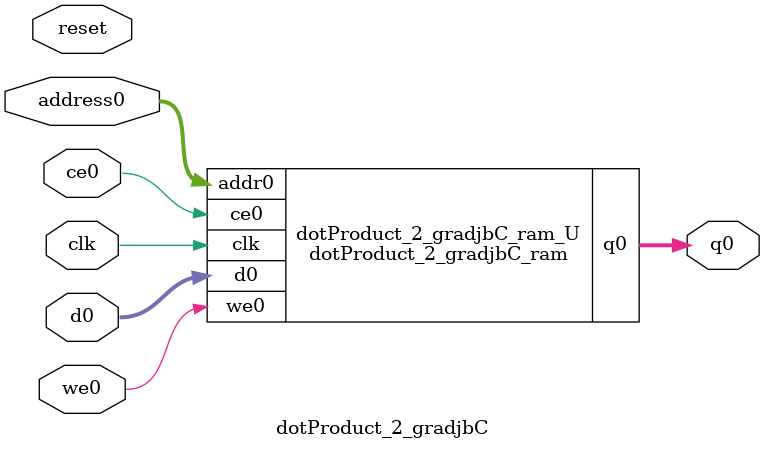
<source format=v>

`timescale 1 ns / 1 ps
module dotProduct_2_gradjbC_ram (addr0, ce0, d0, we0, q0,  clk);

parameter DWIDTH = 32;
parameter AWIDTH = 5;
parameter MEM_SIZE = 32;

input[AWIDTH-1:0] addr0;
input ce0;
input[DWIDTH-1:0] d0;
input we0;
output reg[DWIDTH-1:0] q0;
input clk;

(* ram_style = "block" *)reg [DWIDTH-1:0] ram[0:MEM_SIZE-1];




always @(posedge clk)  
begin 
    if (ce0) 
    begin
        if (we0) 
        begin 
            ram[addr0] <= d0; 
            q0 <= d0;
        end 
        else 
            q0 <= ram[addr0];
    end
end


endmodule


`timescale 1 ns / 1 ps
module dotProduct_2_gradjbC(
    reset,
    clk,
    address0,
    ce0,
    we0,
    d0,
    q0);

parameter DataWidth = 32'd32;
parameter AddressRange = 32'd32;
parameter AddressWidth = 32'd5;
input reset;
input clk;
input[AddressWidth - 1:0] address0;
input ce0;
input we0;
input[DataWidth - 1:0] d0;
output[DataWidth - 1:0] q0;



dotProduct_2_gradjbC_ram dotProduct_2_gradjbC_ram_U(
    .clk( clk ),
    .addr0( address0 ),
    .ce0( ce0 ),
    .we0( we0 ),
    .d0( d0 ),
    .q0( q0 ));

endmodule


</source>
